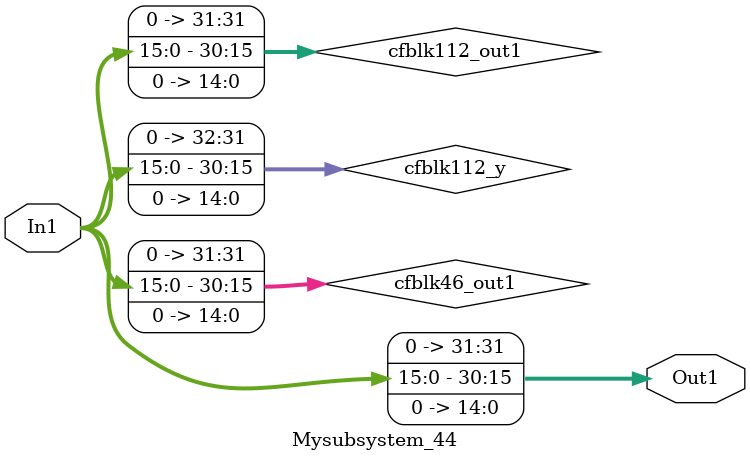
<source format=v>



`timescale 1 ns / 1 ns

module Mysubsystem_44
          (In1,
           Out1);


  input   [15:0] In1;  // ufix16_En7
  output  [31:0] Out1;  // ufix32_En22


  wire [31:0] cfblk46_out1;  // ufix32_En22
  wire [32:0] cfblk112_y;  // ufix33_En22
  wire [31:0] cfblk112_out1;  // ufix32_En22


  assign cfblk46_out1 = {1'b0, {In1, 15'b000000000000000}};



  assign cfblk112_y = {1'b0, cfblk46_out1};
  assign cfblk112_out1 = cfblk112_y[31:0];



  assign Out1 = cfblk112_out1;

endmodule  // Mysubsystem_44


</source>
